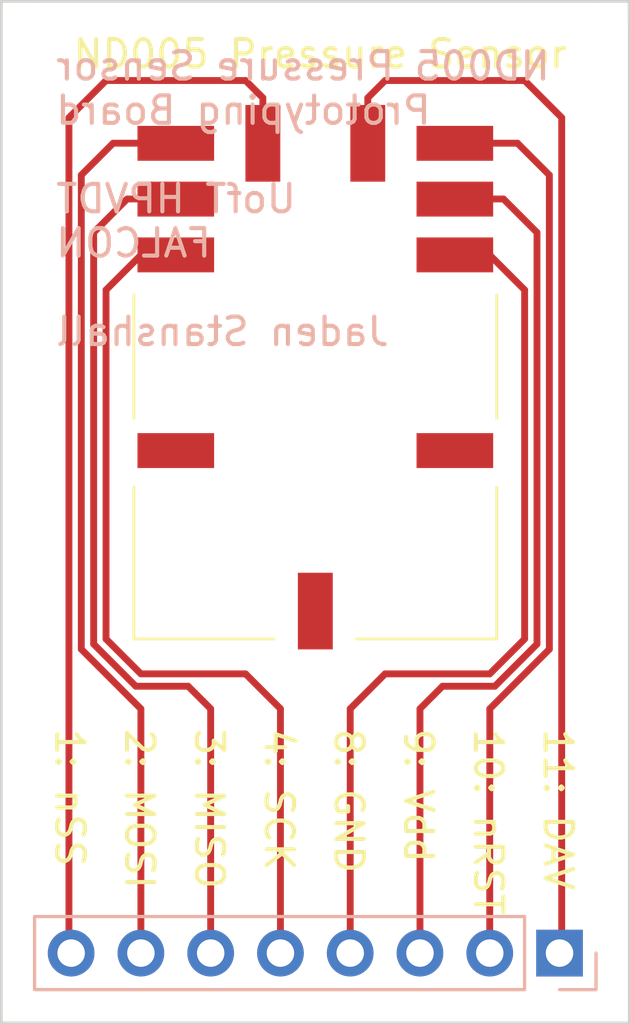
<source format=kicad_pcb>
(kicad_pcb (version 20221018) (generator pcbnew)
  (layers (0 "F.Cu" signal) (31 "B.Cu" signal) (34 "B.Paste" user) (35 "F.Paste" user) (36 "B.SilkS" user "B.Silkscreen") (37 "F.SilkS" user "F.Silkscreen") (38 "B.Mask" user) (39 "F.Mask" user) (44 "Edge.Cuts" user))
  (net 0 "")
  (net 4 "/nRST")
  (net 5 "/DAV")
  (net 6 "/nSS")
  (net 7 "/SCK")
  (net 8 "/MOSI")
  (net 9 "/MISO")
  (net 10 "/Vdd")
  (net 11 "/Gnd")
  (footprint "pressureSensorFootprintLibrary:HV120SM02C" (layer "F.Cu") (at 182.88 92.075 90)
    (fp_text reference "U2" hide)
    (fp_text value "~" hide)
    (fp_line (start -9.525 -6.605) (end -4 -6.605) (stroke (width 0.1)) (layer "F.SilkS"))
    (fp_line (start -9.525 -1.5) (end -9.525 -6.605) (stroke (width 0.1)) (layer "F.SilkS"))
    (fp_line (start -9.525 1.5) (end -9.525 6.605) (stroke (width 0.1)) (layer "F.SilkS"))
    (fp_line (start -9.525 6.605) (end -4 6.605) (stroke (width 0.1)) (layer "F.SilkS"))
    (fp_line (start -1.5 -6.605) (end 3 -6.605) (stroke (width 0.1)) (layer "F.SilkS"))
    (fp_line (start -1.5 6.605) (end 3 6.605) (stroke (width 0.1)) (layer "F.SilkS"))
    (pad "1" smd rect (at 8.51 -1.91 180) (size 1.27 2.79) (layers "F.Cu" "F.Paste" "F.Mask") (net 6 "/nSS"))
    (pad "2" smd rect (at 8.51 -5.08 90) (size 1.27 2.79) (layers "F.Cu" "F.Paste" "F.Mask") (net 8 "/MOSI"))
    (pad "3" smd rect (at 6.48 -5.08 90) (size 1.27 2.79) (layers "F.Cu" "F.Paste" "F.Mask") (net 9 "/MISO"))
    (pad "4" smd rect (at 4.45 -5.08 90) (size 1.27 2.79) (layers "F.Cu" "F.Paste" "F.Mask") (net 7 "/SCK"))
    (pad "5" smd rect (at -2.67 -5.08 90) (size 1.27 2.79) (layers "F.Cu" "F.Paste" "F.Mask"))
    (pad "6" smd rect (at -8.51 0 180) (size 1.27 2.79) (layers "F.Cu" "F.Paste" "F.Mask"))
    (pad "7" smd rect (at -2.67 5.08 90) (size 1.27 2.79) (layers "F.Cu" "F.Paste" "F.Mask"))
    (pad "8" smd rect (at 4.45 5.08 90) (size 1.27 2.79) (layers "F.Cu" "F.Paste" "F.Mask") (net 11 "/Gnd"))
    (pad "9" smd rect (at 6.48 5.08 90) (size 1.27 2.79) (layers "F.Cu" "F.Paste" "F.Mask") (net 10 "/Vdd"))
    (pad "10" smd rect (at 8.51 5.08 90) (size 1.27 2.79) (layers "F.Cu" "F.Paste" "F.Mask") (net 4 "/nRST"))
    (pad "11" smd rect (at 8.51 1.91 180) (size 1.27 2.79) (layers "F.Cu" "F.Paste" "F.Mask") (net 5 "/DAV"))
  )
  (footprint "Connector_PinHeader_2.54mm:PinHeader_1x08_P2.54mm_Vertical" (layer "B.Cu") (at 191.77 113.03 90)
    (fp_text reference "J1" hide)
    (fp_text value "Conn_01x08_Pin")
    (fp_line (start -1.33 -19.11) (end 1.33 -19.11) (stroke (width 0.12)) (layer "B.SilkS"))
    (fp_line (start -1.33 -1.27) (end -1.33 -19.11) (stroke (width 0.12)) (layer "B.SilkS"))
    (fp_line (start -1.33 -1.27) (end 1.33 -1.27) (stroke (width 0.12)) (layer "B.SilkS"))
    (fp_line (start -1.33 0) (end -1.33 1.33) (stroke (width 0.12)) (layer "B.SilkS"))
    (fp_line (start -1.33 1.33) (end 0 1.33) (stroke (width 0.12)) (layer "B.SilkS"))
    (fp_line (start 1.33 -1.27) (end 1.33 -19.11) (stroke (width 0.12)) (layer "B.SilkS"))
    (pad "1" thru_hole rect (at 0 0 90) (size 1.7 1.7) (drill 1) (layers "*.Cu" "*.Mask") (net 5 "/DAV"))
    (pad "2" thru_hole oval (at 0 -2.54 90) (size 1.7 1.7) (drill 1) (layers "*.Cu" "*.Mask") (net 4 "/nRST"))
    (pad "3" thru_hole oval (at 0 -5.08 90) (size 1.7 1.7) (drill 1) (layers "*.Cu" "*.Mask") (net 10 "/Vdd"))
    (pad "4" thru_hole oval (at 0 -7.62 90) (size 1.7 1.7) (drill 1) (layers "*.Cu" "*.Mask") (net 11 "/Gnd"))
    (pad "5" thru_hole oval (at 0 -10.16 90) (size 1.7 1.7) (drill 1) (layers "*.Cu" "*.Mask") (net 7 "/SCK"))
    (pad "6" thru_hole oval (at 0 -12.7 90) (size 1.7 1.7) (drill 1) (layers "*.Cu" "*.Mask") (net 9 "/MISO"))
    (pad "7" thru_hole oval (at 0 -15.24 90) (size 1.7 1.7) (drill 1) (layers "*.Cu" "*.Mask") (net 8 "/MOSI"))
    (pad "8" thru_hole oval (at 0 -17.78 90) (size 1.7 1.7) (drill 1) (layers "*.Cu" "*.Mask") (net 6 "/nSS"))
  )
  (gr_line (start 171.45 78.4) (end 172.72 78.4) (stroke (width 0.1)) (layer "Edge.Cuts"))
  (gr_line (start 193.04 115.57) (end 194.31 115.57) (stroke (width 0.1)) (layer "Edge.Cuts"))
  (gr_line (start 194.31 115.57) (end 194.31 114.3) (stroke (width 0.1)) (layer "Edge.Cuts"))
  (gr_line (start 171.45 80.01) (end 171.45 114.3) (stroke (width 0.1)) (layer "Edge.Cuts"))
  (gr_line (start 194.31 79.67) (end 194.31 80.01) (stroke (width 0.1)) (layer "Edge.Cuts"))
  (gr_line (start 193.04 78.4) (end 194.3 78.4) (stroke (width 0.1)) (layer "Edge.Cuts"))
  (gr_line (start 171.45 79.67) (end 171.45 80.01) (stroke (width 0.1)) (layer "Edge.Cuts"))
  (gr_line (start 171.45 115.57) (end 172.72 115.57) (stroke (width 0.1)) (layer "Edge.Cuts"))
  (gr_line (start 171.45 79.67) (end 171.45 78.4) (stroke (width 0.1)) (layer "Edge.Cuts"))
  (gr_line (start 194.3 78.4) (end 194.31 79.67) (stroke (width 0.1)) (layer "Edge.Cuts"))
  (gr_line (start 172.72 115.57) (end 193.04 115.57) (stroke (width 0.1)) (layer "Edge.Cuts"))
  (gr_line (start 171.45 114.3) (end 171.45 115.57) (stroke (width 0.1)) (layer "Edge.Cuts"))
  (gr_line (start 193.04 78.4) (end 172.72 78.4) (stroke (width 0.1)) (layer "Edge.Cuts"))
  (gr_line (start 194.31 114.3) (end 194.31 80.01) (stroke (width 0.1)) (layer "Edge.Cuts"))
  (gr_text "ND005 Pressure Sensor\nPrototyping Board\n\nUofT HPVDT\nFALCON\n\nJaden Stanshall" (at 173.355 91) (layer "B.SilkS") (effects (font (size 1 1)) (justify right bottom mirror)))
  (gr_text "11: DAV" (at 191.135 104.775 -90) (layer "F.SilkS") (effects (font (size 1 1)) (justify left bottom)))
  (gr_text "4: SCK" (at 180.975 104.775 -90) (layer "F.SilkS") (effects (font (size 1 1)) (justify left bottom)))
  (gr_text "9: Vdd" (at 186.055 104.775 270) (layer "F.SilkS") (effects (font (size 1 1)) (justify left bottom)))
  (gr_text "8: GND" (at 183.515 104.775 270) (layer "F.SilkS") (effects (font (size 1 1)) (justify left bottom)))
  (gr_text "2: MOSI" (at 175.895 104.775 -90) (layer "F.SilkS") (effects (font (size 1 1)) (justify left bottom)))
  (gr_text "3: MISO" (at 178.435 104.775 -90) (layer "F.SilkS") (effects (font (size 1 1)) (justify left bottom)))
  (gr_text "1: nSS" (at 173.355 104.775 -90) (layer "F.SilkS") (effects (font (size 1 1)) (justify left bottom)))
  (gr_text "10: nRST" (at 188.595 104.775 -90) (layer "F.SilkS") (effects (font (size 1 1)) (justify left bottom)))
  (gr_text "ND005 Pressure Sensor" (at 173.99 80.9) (layer "F.SilkS") (effects (font (size 1 1)) (justify left bottom)))
  (segment (start 190.24 83.56) (end 187.96 83.56) (width 0.25) (layer "F.Cu") (net 4))
  (segment (start 189.232792 106.692208) (end 189.23 106.695) (width 0.25) (layer "F.Cu") (net 4))
  (segment (start 189.232792 104.14) (end 191.4 101.972792) (width 0.25) (layer "F.Cu") (net 4))
  (segment (start 191.4 84.72) (end 190.24 83.56) (width 0.25) (layer "F.Cu") (net 4))
  (segment (start 189.23 106.695) (end 189.23 113.03) (width 0.25) (layer "F.Cu") (net 4))
  (segment (start 191.4 101.972792) (end 191.4 84.72) (width 0.25) (layer "F.Cu") (net 4))
  (segment (start 189.232792 104.14) (end 189.232792 106.692208) (width 0.25) (layer "F.Cu") (net 4))
  (segment (start 185.42 81.28) (end 184.79 81.91) (width 0.25) (layer "F.Cu") (net 5))
  (segment (start 185.42 81.28) (end 190.5 81.28) (width 0.25) (layer "F.Cu") (net 5))
  (segment (start 191.85 82.63) (end 190.5 81.28) (width 0.25) (layer "F.Cu") (net 5))
  (segment (start 191.77 113.03) (end 191.85 112.95) (width 0.25) (layer "F.Cu") (net 5))
  (segment (start 184.79 81.91) (end 184.79 83.56) (width 0.25) (layer "F.Cu") (net 5))
  (segment (start 191.85 112.95) (end 191.85 82.63) (width 0.25) (layer "F.Cu") (net 5))
  (segment (start 173.91 82.63) (end 175.26 81.28) (width 0.25) (layer "F.Cu") (net 6))
  (segment (start 180.34 81.28) (end 180.97 81.91) (width 0.25) (layer "F.Cu") (net 6))
  (segment (start 175.26 81.28) (end 180.34 81.28) (width 0.25) (layer "F.Cu") (net 6))
  (segment (start 180.97 81.91) (end 180.97 83.56) (width 0.25) (layer "F.Cu") (net 6))
  (segment (start 173.91 85.725) (end 173.91 82.63) (width 0.25) (layer "F.Cu") (net 6))
  (segment (start 173.99 113.03) (end 173.91 112.95) (width 0.25) (layer "F.Cu") (net 6))
  (segment (start 173.91 112.95) (end 173.91 85.725) (width 0.25) (layer "F.Cu") (net 6))
  (segment (start 175.26 88.9) (end 175.26 101.6) (width 0.25) (layer "F.Cu") (net 7))
  (segment (start 176.54 87.62) (end 175.26 88.9) (width 0.25) (layer "F.Cu") (net 7))
  (segment (start 180.34 102.87) (end 181.61 104.14) (width 0.25) (layer "F.Cu") (net 7))
  (segment (start 175.26 101.6) (end 176.53 102.87) (width 0.25) (layer "F.Cu") (net 7))
  (segment (start 181.61 104.14) (end 181.61 113.03) (width 0.25) (layer "F.Cu") (net 7))
  (segment (start 176.53 102.87) (end 180.34 102.87) (width 0.25) (layer "F.Cu") (net 7))
  (segment (start 177.8 87.62) (end 176.54 87.62) (width 0.25) (layer "F.Cu") (net 7))
  (segment (start 177.8 83.56) (end 175.52 83.56) (width 0.25) (layer "F.Cu") (net 8))
  (segment (start 175.52 83.56) (end 174.36 84.72) (width 0.25) (layer "F.Cu") (net 8))
  (segment (start 176.53 104.142792) (end 176.53 113.03) (width 0.25) (layer "F.Cu") (net 8))
  (segment (start 174.36 84.72) (end 174.36 101.972792) (width 0.25) (layer "F.Cu") (net 8))
  (segment (start 174.36 101.972792) (end 176.53 104.142792) (width 0.25) (layer "F.Cu") (net 8))
  (segment (start 178.25 103.32) (end 179.07 104.14) (width 0.25) (layer "F.Cu") (net 9))
  (segment (start 174.81 86.81) (end 174.81 101.786396) (width 0.25) (layer "F.Cu") (net 9))
  (segment (start 179.07 104.14) (end 179.07 113.03) (width 0.25) (layer "F.Cu") (net 9))
  (segment (start 174.81 101.786396) (end 176.343604 103.32) (width 0.25) (layer "F.Cu") (net 9))
  (segment (start 176.343604 103.32) (end 178.25 103.32) (width 0.25) (layer "F.Cu") (net 9))
  (segment (start 177.8 85.59) (end 176.03 85.59) (width 0.25) (layer "F.Cu") (net 9))
  (segment (start 176.03 85.59) (end 174.81 86.81) (width 0.25) (layer "F.Cu") (net 9))
  (segment (start 189.416396 103.32) (end 187.51 103.32) (width 0.25) (layer "F.Cu") (net 10))
  (segment (start 189.73 85.59) (end 190.95 86.81) (width 0.25) (layer "F.Cu") (net 10))
  (segment (start 186.69 104.14) (end 186.69 113.03) (width 0.25) (layer "F.Cu") (net 10))
  (segment (start 190.95 86.81) (end 190.95 101.786396) (width 0.25) (layer "F.Cu") (net 10))
  (segment (start 187.96 85.59) (end 189.73 85.59) (width 0.25) (layer "F.Cu") (net 10))
  (segment (start 187.51 103.32) (end 186.69 104.14) (width 0.25) (layer "F.Cu") (net 10))
  (segment (start 190.95 101.786396) (end 189.416396 103.32) (width 0.25) (layer "F.Cu") (net 10))
  (segment (start 184.15 104.14) (end 185.42 102.87) (width 0.25) (layer "F.Cu") (net 11))
  (segment (start 190.5 88.9) (end 189.22 87.62) (width 0.25) (layer "F.Cu") (net 11))
  (segment (start 185.42 102.87) (end 189.23 102.87) (width 0.25) (layer "F.Cu") (net 11))
  (segment (start 189.23 102.87) (end 190.5 101.6) (width 0.25) (layer "F.Cu") (net 11))
  (segment (start 184.15 104.14) (end 184.15 113.03) (width 0.25) (layer "F.Cu") (net 11))
  (segment (start 189.22 87.62) (end 187.96 87.62) (width 0.25) (layer "F.Cu") (net 11))
  (segment (start 190.5 101.6) (end 190.5 88.9) (width 0.25) (layer "F.Cu") (net 11))
)
</source>
